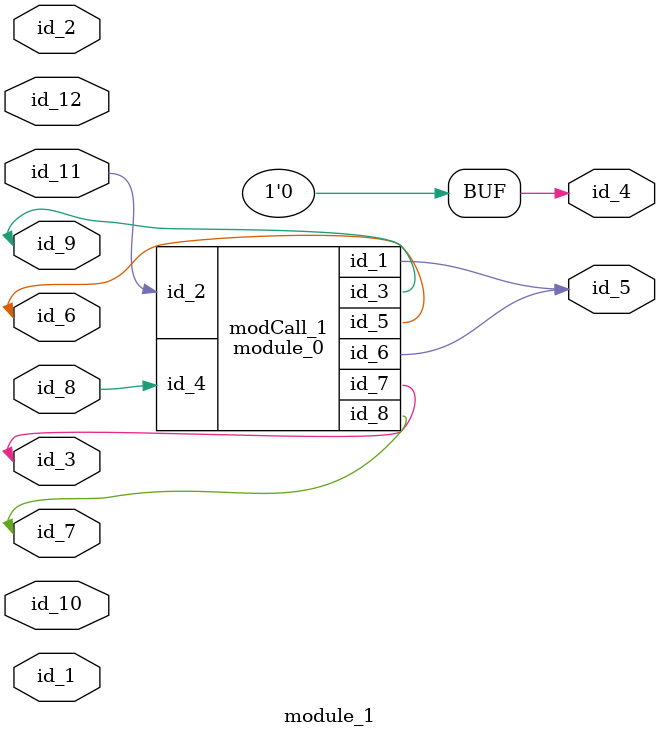
<source format=v>
module module_0 (
    id_1,
    id_2,
    id_3,
    id_4,
    id_5,
    id_6,
    id_7,
    id_8
);
  inout wire id_8;
  inout wire id_7;
  output wire id_6;
  inout wire id_5;
  input wire id_4;
  inout wire id_3;
  input wire id_2;
  output wire id_1;
endmodule
module module_1 (
    id_1,
    id_2,
    id_3,
    id_4,
    id_5,
    id_6,
    id_7,
    id_8,
    id_9,
    id_10,
    id_11,
    id_12
);
  input wire id_12;
  input wire id_11;
  inout wire id_10;
  inout wire id_9;
  input wire id_8;
  inout wire id_7;
  inout wire id_6;
  output wire id_5;
  output wire id_4;
  inout wire id_3;
  inout wire id_2;
  input wire id_1;
  assign id_4 = 1'h0;
  module_0 modCall_1 (
      id_5,
      id_11,
      id_9,
      id_8,
      id_6,
      id_5,
      id_3,
      id_7
  );
endmodule

</source>
